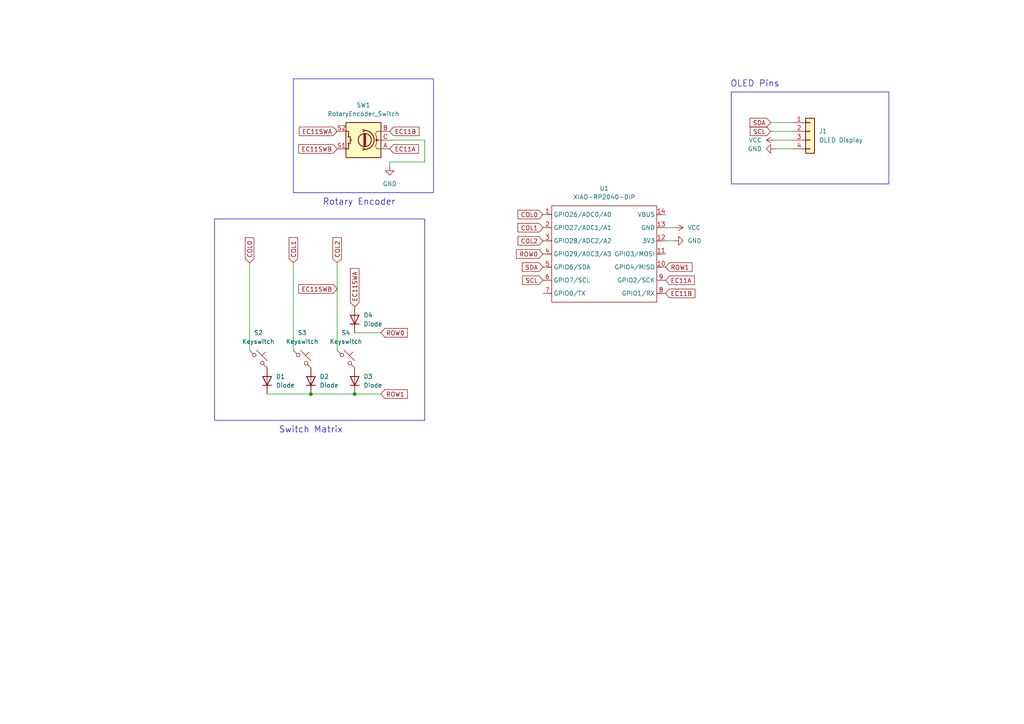
<source format=kicad_sch>
(kicad_sch (version 20250114) (generator "eeschema") (generator_version "9.0")
  (paper "A4")
  (lib_symbols
    (symbol "Connector_Generic:Conn_01x04" (pin_names (offset 1.016) (hide yes))
      (property "Reference" "J1" (at 2.54 0.0001 0))
      (property "Value" "OLED Display" (at 2.54 -2.5399 0))
      (symbol "Conn_01x04_1_1"
        (rectangle (start -1.27 3.81) (end 1.27 -6.35) (stroke (width 0.254)) (fill (type background)))
        (rectangle (start -1.27 2.667) (end 0 2.413) (stroke (width 0.1524)))
        (rectangle (start -1.27 0.127) (end 0 -0.127) (stroke (width 0.1524)))
        (rectangle (start -1.27 -2.413) (end 0 -2.667) (stroke (width 0.1524)))
        (rectangle (start -1.27 -4.953) (end 0 -5.207) (stroke (width 0.1524)))
        (pin bidirectional line (at -5.08 2.54 0) (length 3.81) (name "SDA") (number "1"))
        (pin input line (at -5.08 0 0) (length 3.81) (name "SCL") (number "2"))
        (pin passive line (at -5.08 -2.54 0) (length 3.81) (name "VCC") (number "3"))
        (pin passive line (at -5.08 -5.08 0) (length 3.81) (name "GND") (number "4"))
      )
    )
    (symbol "Device:RotaryEncoder_Switch" (pin_names (offset 0.254) (hide yes))
      (property "Reference" "SW" (at 0 6.604 0))
      (property "Value" "RotaryEncoder_Switch" (at 0 -6.604 0))
      (symbol "RotaryEncoder_Switch_0_1"
        (rectangle (start -5.08 5.08) (end 5.08 -5.08) (stroke (width 0.254)) (fill (type background)))
        (polyline (pts (xy -5.08 2.54) (xy -3.81 2.54) (xy -3.81 2.032)))
        (polyline (pts (xy -5.08 0) (xy -3.81 0) (xy -3.81 -1.016) (xy -3.302 -2.032)))
        (polyline (pts (xy -5.08 -2.54) (xy -3.81 -2.54) (xy -3.81 -2.032)))
        (polyline (pts (xy -4.318 0) (xy -3.81 0) (xy -3.81 1.016) (xy -3.302 2.032)))
        (circle (center -3.81 0) (radius 0.254) (fill (type outline)))
        (polyline (pts (xy -0.635 -1.778) (xy -0.635 1.778)) (stroke (width 0.254)))
        (circle (center -0.381 0) (radius 1.905) (stroke (width 0.254)))
        (polyline (pts (xy -0.381 -1.778) (xy -0.381 1.778)) (stroke (width 0.254)))
        (arc (start -0.381 -2.794) (mid -3.0988 -0.0635) (end -0.381 2.667) (stroke (width 0.254)))
        (polyline (pts (xy -0.127 1.778) (xy -0.127 -1.778)) (stroke (width 0.254)))
        (polyline (pts (xy 0.254 2.921) (xy -0.508 2.667) (xy 0.127 2.286)) (stroke (width 0.254)))
        (polyline (pts (xy 0.254 -3.048) (xy -0.508 -2.794) (xy 0.127 -2.413)) (stroke (width 0.254)))
        (polyline (pts (xy 3.81 1.016) (xy 3.81 -1.016)) (stroke (width 0.254)))
        (polyline (pts (xy 3.81 0) (xy 3.429 0)) (stroke (width 0.254)))
        (circle (center 4.318 1.016) (radius 0.127) (stroke (width 0.254)))
        (circle (center 4.318 -1.016) (radius 0.127) (stroke (width 0.254)))
        (polyline (pts (xy 5.08 2.54) (xy 4.318 2.54) (xy 4.318 1.016)) (stroke (width 0.254)))
        (polyline (pts (xy 5.08 -2.54) (xy 4.318 -2.54) (xy 4.318 -1.016)) (stroke (width 0.254)))
      )
      (symbol "RotaryEncoder_Switch_1_1"
        (pin passive line (at -7.62 2.54 0) (length 2.54) (name "A") (number "A"))
        (pin passive line (at -7.62 0 0) (length 2.54) (name "C") (number "C"))
        (pin passive line (at -7.62 -2.54 0) (length 2.54) (name "B") (number "B"))
        (pin passive line (at 7.62 2.54 180) (length 2.54) (name "S1") (number "S1"))
        (pin passive line (at 7.62 -2.54 180) (length 2.54) (name "S2") (number "S2"))
      )
    )
    (symbol "OPL:XIAO-RP2040-DIP"
      (property "Reference" "U" (at 0 0 0))
      (property "Value" "XIAO-RP2040-DIP" (at 5.334 -1.778 0))
      (symbol "XIAO-RP2040-DIP_1_0"
        (polyline (pts (xy -1.27 -2.54) (xy 29.21 -2.54)) (stroke (width 0.1524)))
        (polyline (pts (xy -1.27 -5.08) (xy -2.54 -5.08)) (stroke (width 0.1524)))
        (polyline (pts (xy -1.27 -5.08) (xy -1.27 -2.54)) (stroke (width 0.1524)))
        (polyline (pts (xy -1.27 -8.89) (xy -2.54 -8.89)) (stroke (width 0.1524)))
        (polyline (pts (xy -1.27 -8.89) (xy -1.27 -5.08)) (stroke (width 0.1524)))
        (polyline (pts (xy -1.27 -12.7) (xy -2.54 -12.7)) (stroke (width 0.1524)))
        (polyline (pts (xy -1.27 -12.7) (xy -1.27 -8.89)) (stroke (width 0.1524)))
        (polyline (pts (xy -1.27 -16.51) (xy -2.54 -16.51)) (stroke (width 0.1524)))
        (polyline (pts (xy -1.27 -16.51) (xy -1.27 -12.7)) (stroke (width 0.1524)))
        (polyline (pts (xy -1.27 -20.32) (xy -2.54 -20.32)) (stroke (width 0.1524)))
        (polyline (pts (xy -1.27 -24.13) (xy -2.54 -24.13)) (stroke (width 0.1524)))
        (polyline (pts (xy -1.27 -27.94) (xy -2.54 -27.94)) (stroke (width 0.1524)))
        (polyline (pts (xy -1.27 -30.48) (xy -1.27 -16.51)) (stroke (width 0.1524)))
        (polyline (pts (xy 29.21 -2.54) (xy 29.21 -5.08)) (stroke (width 0.1524)))
        (polyline (pts (xy 29.21 -5.08) (xy 29.21 -8.89)) (stroke (width 0.1524)))
        (polyline (pts (xy 29.21 -8.89) (xy 29.21 -12.7)) (stroke (width 0.1524)))
        (polyline (pts (xy 29.21 -12.7) (xy 29.21 -30.48)) (stroke (width 0.1524)))
        (polyline (pts (xy 29.21 -30.48) (xy -1.27 -30.48)) (stroke (width 0.1524)))
        (polyline (pts (xy 30.48 -5.08) (xy 29.21 -5.08)) (stroke (width 0.1524)))
        (polyline (pts (xy 30.48 -8.89) (xy 29.21 -8.89)) (stroke (width 0.1524)))
        (polyline (pts (xy 30.48 -12.7) (xy 29.21 -12.7)) (stroke (width 0.1524)))
        (polyline (pts (xy 30.48 -16.51) (xy 29.21 -16.51)) (stroke (width 0.1524)))
        (polyline (pts (xy 30.48 -20.32) (xy 29.21 -20.32)) (stroke (width 0.1524)))
        (polyline (pts (xy 30.48 -24.13) (xy 29.21 -24.13)) (stroke (width 0.1524)))
        (polyline (pts (xy 30.48 -27.94) (xy 29.21 -27.94)) (stroke (width 0.1524)))
        (pin passive line (at -3.81 -5.08 0) (length 2.54) (name "GPIO26/ADC0/A0") (number "1"))
        (pin passive line (at -3.81 -8.89 0) (length 2.54) (name "GPIO27/ADC1/A1") (number "2"))
        (pin passive line (at -3.81 -12.7 0) (length 2.54) (name "GPIO28/ADC2/A2") (number "3"))
        (pin passive line (at -3.81 -16.51 0) (length 2.54) (name "GPIO29/ADC3/A3") (number "4"))
        (pin passive line (at -3.81 -20.32 0) (length 2.54) (name "GPIO6/SDA") (number "5"))
        (pin passive line (at -3.81 -24.13 0) (length 2.54) (name "GPIO7/SCL") (number "6"))
        (pin passive line (at -3.81 -27.94 0) (length 2.54) (name "GPIO0/TX") (number "7"))
        (pin passive line (at 31.75 -5.08 180) (length 2.54) (name "VBUS") (number "14"))
        (pin passive line (at 31.75 -8.89 180) (length 2.54) (name "GND") (number "13"))
        (pin passive line (at 31.75 -12.7 180) (length 2.54) (name "3V3") (number "12"))
        (pin passive line (at 31.75 -16.51 180) (length 2.54) (name "GPIO3/MOSI") (number "11"))
        (pin passive line (at 31.75 -20.32 180) (length 2.54) (name "GPIO4/MISO") (number "10"))
        (pin passive line (at 31.75 -24.13 180) (length 2.54) (name "GPIO2/SCK") (number "9"))
        (pin passive line (at 31.75 -27.94 180) (length 2.54) (name "GPIO1/RX") (number "8"))
      )
    )
    (symbol "ScottoKeebs:Placeholder_Diode" (pin_numbers (hide yes)) (pin_names (hide yes))
      (property "Reference" "D" (at 0 2.54 0))
      (property "Value" "Diode" (at 0 -2.54 0))
      (symbol "Placeholder_Diode_0_1"
        (polyline (pts (xy -1.27 1.27) (xy -1.27 -1.27)) (stroke (width 0.254)))
        (polyline (pts (xy 1.27 1.27) (xy 1.27 -1.27) (xy -1.27 0) (xy 1.27 1.27)) (stroke (width 0.254)))
        (polyline (pts (xy 1.27 0) (xy -1.27 0)))
      )
      (symbol "Placeholder_Diode_1_1"
        (pin passive line (at -3.81 0 0) (length 2.54) (name "K") (number "1"))
        (pin passive line (at 3.81 0 180) (length 2.54) (name "A") (number "2"))
      )
    )
    (symbol "ScottoKeebs:Placeholder_Keyswitch" (pin_numbers (hide yes)) (pin_names (offset 1.016) (hide yes))
      (property "Reference" "S" (at 3.048 1.016 0))
      (property "Value" "Keyswitch" (at 0 -3.81 0))
      (symbol "Placeholder_Keyswitch_0_1"
        (polyline (pts (xy -2.54 2.54) (xy -1.524 1.524) (xy -1.524 1.524)))
        (circle (center -1.1684 1.1684) (radius 0.508))
        (polyline (pts (xy -0.508 2.54) (xy 2.54 -0.508)))
        (polyline (pts (xy 1.016 1.016) (xy 2.032 2.032)))
        (circle (center 1.143 -1.1938) (radius 0.508))
        (polyline (pts (xy 1.524 -1.524) (xy 2.54 -2.54) (xy 2.54 -2.54) (xy 2.54 -2.54)))
        (pin passive line (at -2.54 2.54 0) (length 0) (name "1") (number "1"))
        (pin passive line (at 2.54 -2.54 180) (length 0) (name "2") (number "2"))
      )
    )
    (symbol "power:GND" (power) (pin_numbers (hide yes)) (pin_names (offset 0) (hide yes))
      (property "Value" "GND" (at 0 -3.81 0))
      (symbol "GND_0_1"
        (polyline (pts (xy 0 0) (xy 0 -1.27) (xy 1.27 -1.27) (xy 0 -2.54) (xy -1.27 -1.27) (xy 0 -1.27)))
      )
      (symbol "GND_1_1"
        (pin power_in line (at 0 0 270) (length 0) (name "~") (number "1"))
      )
    )
    (symbol "power:VCC" (power) (pin_numbers (hide yes)) (pin_names (offset 0) (hide yes))
      (property "Value" "VCC" (at 0 3.556 0))
      (symbol "VCC_0_1"
        (polyline (pts (xy -0.762 1.27) (xy 0 2.54)))
        (polyline (pts (xy 0 2.54) (xy 0.762 1.27)))
        (polyline (pts (xy 0 0) (xy 0 2.54)))
      )
      (symbol "VCC_1_1"
        (pin power_in line (at 0 0 90) (length 0) (name "~") (number "1"))
      )
    )
  )
  (rectangle (start 212.09 26.67) (end 257.81 53.34))
  (rectangle (start 62.23 63.5) (end 123.19 121.92))
  (rectangle (start 85.09 22.86) (end 125.73 55.88))
  (text "OLED Pins" (at 218.948 24.384 0) (effects (font (size 1.8288 1.8288))))
  (text "Rotary Encoder" (at 104.14 58.674 0) (effects (font (size 1.8288 1.8288))))
  (text "Switch Matrix" (at 90.17 124.714 0) (effects (font (size 1.8288 1.8288))))
  (junction (at 102.87 114.3))
  (junction (at 90.17 114.3))
  (wire (pts (xy 113.03 40.64) (xy 123.19 40.64)))
  (wire (pts (xy 85.09 76.2) (xy 85.09 101.6)))
  (wire (pts (xy 102.87 114.3) (xy 110.49 114.3)))
  (wire (pts (xy 123.19 40.64) (xy 123.19 46.99)))
  (wire (pts (xy 90.17 114.3) (xy 102.87 114.3)))
  (wire (pts (xy 193.04 69.85) (xy 195.58 69.85)))
  (wire (pts (xy 123.19 46.99) (xy 113.03 46.99)))
  (wire (pts (xy 113.03 46.99) (xy 113.03 48.26)))
  (wire (pts (xy 223.52 38.1) (xy 229.87 38.1)))
  (wire (pts (xy 224.79 40.64) (xy 229.87 40.64)))
  (wire (pts (xy 193.04 66.04) (xy 195.58 66.04)))
  (wire (pts (xy 77.47 114.3) (xy 90.17 114.3)))
  (wire (pts (xy 224.79 43.18) (xy 229.87 43.18)))
  (wire (pts (xy 102.87 96.52) (xy 110.49 96.52)))
  (wire (pts (xy 97.79 76.2) (xy 97.79 101.6)))
  (wire (pts (xy 72.39 76.2) (xy 72.39 101.6)))
  (wire (pts (xy 223.52 35.56) (xy 229.87 35.56)))
  (global_label "EC11A" (shape input) (at 193.04 81.28 0) (property "Intersheetrefs" "${INTERSHEET_REFS}" (effects (hide yes))))
  (global_label "COL2" (shape input) (at 97.79 76.2 90) (property "Intersheetrefs" "${INTERSHEET_REFS}" (effects (hide yes))))
  (global_label "COL0" (shape input) (at 157.48 62.23 180) (property "Intersheetrefs" "${INTERSHEET_REFS}" (effects (hide yes))))
  (global_label "ROW1" (shape input) (at 193.04 77.47 0) (property "Intersheetrefs" "${INTERSHEET_REFS}" (effects (hide yes))))
  (global_label "COL1" (shape input) (at 157.48 66.04 180) (property "Intersheetrefs" "${INTERSHEET_REFS}" (effects (hide yes))))
  (global_label "EC11B" (shape input) (at 113.03 38.1 0) (property "Intersheetrefs" "${INTERSHEET_REFS}" (effects (hide yes))))
  (global_label "SCL" (shape input) (at 157.48 81.28 180) (property "Intersheetrefs" "${INTERSHEET_REFS}" (effects (hide yes))))
  (global_label "ROW0" (shape input) (at 157.48 73.66 180) (property "Intersheetrefs" "${INTERSHEET_REFS}" (effects (hide yes))))
  (global_label "SCL" (shape input) (at 223.52 38.1 180) (property "Intersheetrefs" "${INTERSHEET_REFS}" (effects (hide yes))))
  (global_label "COL1" (shape input) (at 85.09 76.2 90) (property "Intersheetrefs" "${INTERSHEET_REFS}" (effects (hide yes))))
  (global_label "EC11SWB" (shape input) (at 97.79 43.18 180) (property "Intersheetrefs" "${INTERSHEET_REFS}" (effects (hide yes))))
  (global_label "ROW0" (shape input) (at 110.49 96.52 0) (property "Intersheetrefs" "${INTERSHEET_REFS}" (effects (hide yes))))
  (global_label "SDA" (shape input) (at 223.52 35.56 180) (property "Intersheetrefs" "${INTERSHEET_REFS}" (effects (hide yes))))
  (global_label "EC11SWA" (shape input) (at 102.87 88.9 90) (property "Intersheetrefs" "${INTERSHEET_REFS}" (effects (hide yes))))
  (global_label "ROW1" (shape input) (at 110.49 114.3 0) (property "Intersheetrefs" "${INTERSHEET_REFS}" (effects (hide yes))))
  (global_label "EC11B" (shape input) (at 193.04 85.09 0) (property "Intersheetrefs" "${INTERSHEET_REFS}" (effects (hide yes))))
  (global_label "EC11SWA" (shape input) (at 97.79 38.1 180) (property "Intersheetrefs" "${INTERSHEET_REFS}" (effects (hide yes))))
  (global_label "COL0" (shape input) (at 72.39 76.2 90) (property "Intersheetrefs" "${INTERSHEET_REFS}" (effects (hide yes))))
  (global_label "SDA" (shape input) (at 157.48 77.47 180) (property "Intersheetrefs" "${INTERSHEET_REFS}" (effects (hide yes))))
  (global_label "COL2" (shape input) (at 157.48 69.85 180) (property "Intersheetrefs" "${INTERSHEET_REFS}" (effects (hide yes))))
  (global_label "EC11A" (shape input) (at 113.03 43.18 0) (property "Intersheetrefs" "${INTERSHEET_REFS}" (effects (hide yes))))
  (global_label "EC11SWB" (shape input) (at 97.79 83.82 180) (property "Intersheetrefs" "${INTERSHEET_REFS}" (effects (hide yes))))
  (symbol (lib_id "power:GND") (at 195.58 69.85 90) (unit 1)
    (property "Reference" "#PWR05" (effects (hide yes)))
    (property "Value" "GND" (at 199.39 69.8499 90) (effects (justify right)))
    (property "Description" "Power symbol creates a global label with name \"GND\" , ground" (effects (hide yes)))
  )
  (symbol (lib_id "ScottoKeebs:Placeholder_Keyswitch") (at 87.63 104.14 0) (unit 1)
    (property "Reference" "S3" (at 87.63 96.52 0))
    (property "Value" "Keyswitch" (at 87.63 99.06 0))
    (property "Footprint" "ScottoKeebs_MX:MX_PCB_1.00u" (effects (hide yes)))
    (property "Description" "Push button switch, normally open, two pins, 45° tilted" (effects (hide yes)))
  )
  (symbol (lib_id "ScottoKeebs:Placeholder_Diode") (at 77.47 110.49 90) (unit 1)
    (property "Reference" "D1" (at 80.01 109.2199 90) (effects (justify right)))
    (property "Value" "Diode" (at 80.01 111.7599 90) (effects (justify right)))
    (property "Footprint" "ScottoKeebs_Components:Diode_DO-35" (effects (hide yes)))
    (property "Description" "1N4148 (DO-35) or 1N4148W (SOD-123)" (effects (hide yes)))
    (property "Sim.Device" "D" (effects (hide yes)))
    (property "Sim.Pins" "1=K 2=A" (effects (hide yes)))
  )
  (symbol (lib_id "power:VCC") (at 224.79 40.64 90) (unit 1)
    (property "Reference" "#PWR02" (effects (hide yes)))
    (property "Value" "VCC" (at 220.98 40.6399 90) (effects (justify left)))
    (property "Description" "Power symbol creates a global label with name \"VCC\"" (effects (hide yes)))
  )
  (symbol (lib_id "ScottoKeebs:Placeholder_Diode") (at 90.17 110.49 90) (unit 1)
    (property "Reference" "D2" (at 92.71 109.2199 90) (effects (justify right)))
    (property "Value" "Diode" (at 92.71 111.7599 90) (effects (justify right)))
    (property "Footprint" "ScottoKeebs_Components:Diode_DO-35" (effects (hide yes)))
    (property "Description" "1N4148 (DO-35) or 1N4148W (SOD-123)" (effects (hide yes)))
    (property "Sim.Device" "D" (effects (hide yes)))
    (property "Sim.Pins" "1=K 2=A" (effects (hide yes)))
  )
  (symbol (lib_id "power:GND") (at 224.79 43.18 270) (unit 1)
    (property "Reference" "#PWR01" (effects (hide yes)))
    (property "Value" "GND" (at 220.98 43.1799 90) (effects (justify right)))
    (property "Description" "Power symbol creates a global label with name \"GND\" , ground" (effects (hide yes)))
  )
  (symbol (lib_id "ScottoKeebs:Placeholder_Keyswitch") (at 74.93 104.14 0) (unit 1)
    (property "Reference" "S2" (at 74.93 96.52 0))
    (property "Value" "Keyswitch" (at 74.93 99.06 0))
    (property "Footprint" "ScottoKeebs_MX:MX_PCB_1.00u" (effects (hide yes)))
    (property "Description" "Push button switch, normally open, two pins, 45° tilted" (effects (hide yes)))
  )
  (symbol (lib_id "Device:RotaryEncoder_Switch") (at 105.41 40.64 180) (unit 1)
    (property "Reference" "SW1" (at 105.41 30.48 0))
    (property "Value" "RotaryEncoder_Switch" (at 105.41 33.02 0))
    (property "Footprint" "Encoders:RotaryEncoder_Alps_EC11E-Switch_Vertical_H20mm_CircularMountingHoles" (effects (hide yes)))
    (property "Description" "Rotary encoder, dual channel, incremental quadrate outputs, with switch" (effects (hide yes)))
  )
  (symbol (lib_id "power:GND") (at 113.03 48.26 0) (unit 1)
    (property "Reference" "#PWR03" (effects (hide yes)))
    (property "Value" "GND" (at 113.03 53.34 0))
    (property "Description" "Power symbol creates a global label with name \"GND\" , ground" (effects (hide yes)))
  )
  (symbol (lib_id "ScottoKeebs:Placeholder_Keyswitch") (at 100.33 104.14 0) (unit 1)
    (property "Reference" "S4" (at 100.33 96.52 0))
    (property "Value" "Keyswitch" (at 100.33 99.06 0))
    (property "Footprint" "ScottoKeebs_MX:MX_PCB_1.00u" (effects (hide yes)))
    (property "Description" "Push button switch, normally open, two pins, 45° tilted" (effects (hide yes)))
  )
  (symbol (lib_id "Connector_Generic:Conn_01x04") (at 234.95 38.1 0) (unit 1)
    (property "Reference" "J1" (at 237.49 38.0999 0) (effects (justify left)))
    (property "Value" "OLED Display" (at 237.49 40.6399 0) (effects (justify left)))
    (property "Footprint" "ScottoKeebs_Components:OLED_128x32" (effects (hide yes)))
    (property "Description" "Generic connector, single row, 01x04, script generated (kicad-library-utils/schlib/autogen/connector/)" (effects (hide yes)))
  )
  (symbol (lib_id "ScottoKeebs:Placeholder_Diode") (at 102.87 92.71 90) (unit 1)
    (property "Reference" "D4" (at 105.41 91.4399 90) (effects (justify right)))
    (property "Value" "Diode" (at 105.41 93.9799 90) (effects (justify right)))
    (property "Footprint" "ScottoKeebs_Components:Diode_DO-35" (effects (hide yes)))
    (property "Description" "1N4148 (DO-35) or 1N4148W (SOD-123)" (effects (hide yes)))
    (property "Sim.Device" "D" (effects (hide yes)))
    (property "Sim.Pins" "1=K 2=A" (effects (hide yes)))
  )
  (symbol (lib_id "OPL:XIAO-RP2040-DIP") (at 161.29 57.15 0) (unit 1)
    (property "Reference" "U1" (at 175.26 54.61 0))
    (property "Value" "XIAO-RP2040-DIP" (at 175.26 57.15 0))
    (property "Footprint" "3D Models-lib:XIAO-RP2040-DIP-3D" (effects (hide yes)))
  )
  (symbol (lib_id "ScottoKeebs:Placeholder_Diode") (at 102.87 110.49 90) (unit 1)
    (property "Reference" "D3" (at 105.41 109.2199 90) (effects (justify right)))
    (property "Value" "Diode" (at 105.41 111.7599 90) (effects (justify right)))
    (property "Footprint" "ScottoKeebs_Components:Diode_DO-35" (effects (hide yes)))
    (property "Description" "1N4148 (DO-35) or 1N4148W (SOD-123)" (effects (hide yes)))
    (property "Sim.Device" "D" (effects (hide yes)))
    (property "Sim.Pins" "1=K 2=A" (effects (hide yes)))
  )
  (symbol (lib_id "power:VCC") (at 195.58 66.04 270) (unit 1)
    (property "Reference" "#PWR04" (effects (hide yes)))
    (property "Value" "VCC" (at 199.39 66.0399 90) (effects (justify left)))
    (property "Description" "Power symbol creates a global label with name \"VCC\"" (effects (hide yes)))
  )
)
</source>
